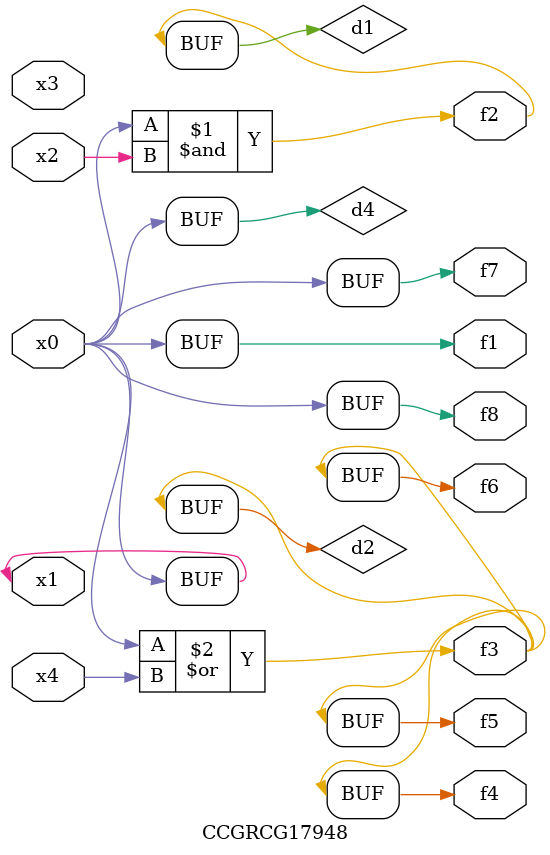
<source format=v>
module CCGRCG17948(
	input x0, x1, x2, x3, x4,
	output f1, f2, f3, f4, f5, f6, f7, f8
);

	wire d1, d2, d3, d4;

	and (d1, x0, x2);
	or (d2, x0, x4);
	nand (d3, x0, x2);
	buf (d4, x0, x1);
	assign f1 = d4;
	assign f2 = d1;
	assign f3 = d2;
	assign f4 = d2;
	assign f5 = d2;
	assign f6 = d2;
	assign f7 = d4;
	assign f8 = d4;
endmodule

</source>
